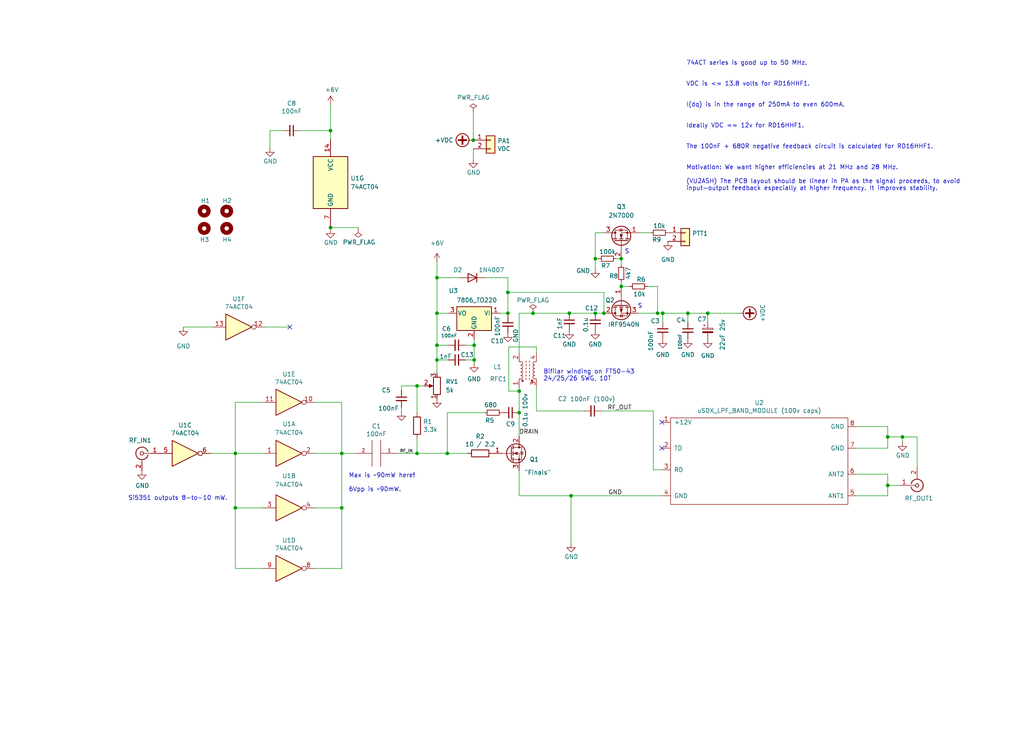
<source format=kicad_sch>
(kicad_sch (version 20211123) (generator eeschema)
  (paper "User" 300.634 220.802)
  (title_block (title "Easy-PA-With-Pluggable-LPF") (date "2022-01-22") (rev "v0.01") (company "Author: Dhiru Kholia (VU3CER)") (comment 2 "Uses ideas from VU2ASH, HAMBREWERS, QRP Labs, Tom (AK2B), VK3PE, and G6LBQ") (comment 4 "Robust Class-C / Class-D Single-ended RD16HHF1 powered HF PA") (comment 5 "Motivation: We want higher efficiencies at 21 MHz and 28 MHz."))
  (lib_symbols
    (symbol "74ACT04_modded:74HCT04"
      (property "Reference" "U?" (at 0 9.398 0))
      (property "Value" "74HCT04" (at 0 6.858 0))
      (symbol "74HCT04_1_0"
        (polyline (pts (xy -3.81 3.81) (xy -3.81 -3.81) (xy 3.81 0) (xy -3.81 3.81)) (stroke (width 0.254)) (fill (type background)))
        (pin input line (at -7.62 0 0) (length 3.81) (name "~") (number "1"))
        (pin passive inverted (at 7.62 0 180) (length 3.81) (name "~") (number "2"))
      )
      (symbol "74HCT04_2_0"
        (polyline (pts (xy -3.81 3.81) (xy -3.81 -3.81) (xy 3.81 0) (xy -3.81 3.81)) (stroke (width 0.254)) (fill (type background)))
        (pin input line (at -7.62 0 0) (length 3.81) (name "~") (number "3"))
        (pin passive inverted (at 7.62 0 180) (length 3.81) (name "~") (number "4"))
      )
      (symbol "74HCT04_3_0"
        (polyline (pts (xy -3.81 3.81) (xy -3.81 -3.81) (xy 3.81 0) (xy -3.81 3.81)) (stroke (width 0.254)) (fill (type background)))
        (pin input line (at -7.62 0 0) (length 3.81) (name "~") (number "5"))
        (pin passive inverted (at 7.62 0 180) (length 3.81) (name "~") (number "6"))
      )
      (symbol "74HCT04_4_0"
        (polyline (pts (xy -3.81 3.81) (xy -3.81 -3.81) (xy 3.81 0) (xy -3.81 3.81)) (stroke (width 0.254)) (fill (type background)))
        (pin passive inverted (at 7.62 0 180) (length 3.81) (name "~") (number "8"))
        (pin input line (at -7.62 0 0) (length 3.81) (name "~") (number "9"))
      )
      (symbol "74HCT04_5_0"
        (polyline (pts (xy -3.81 3.81) (xy -3.81 -3.81) (xy 3.81 0) (xy -3.81 3.81)) (stroke (width 0.254)) (fill (type background)))
        (pin passive inverted (at 7.62 0 180) (length 3.81) (name "~") (number "10"))
        (pin input line (at -7.62 0 0) (length 3.81) (name "~") (number "11"))
      )
      (symbol "74HCT04_6_0"
        (polyline (pts (xy -3.81 3.81) (xy -3.81 -3.81) (xy 3.81 0) (xy -3.81 3.81)) (stroke (width 0.254)) (fill (type background)))
        (pin passive inverted (at 7.62 0 180) (length 3.81) (name "~") (number "12"))
        (pin input line (at -7.62 0 0) (length 3.81) (name "~") (number "13"))
      )
      (symbol "74HCT04_7_0"
        (pin power_in line (at 0 12.7 270) (length 5.08) (name "VCC") (number "14"))
        (pin power_in line (at 0 -12.7 90) (length 5.08) (name "GND") (number "7"))
      )
      (symbol "74HCT04_7_1"
        (rectangle (start -5.08 7.62) (end 5.08 -7.62) (stroke (width 0.254)) (fill (type background)))
      )
    )
    (symbol "Connector:Conn_Coaxial" (pin_names (offset 1.016) hide)
      (property "Reference" "J" (at 0.254 3.048 0))
      (property "Value" "Conn_Coaxial" (at 2.921 0 90))
      (symbol "Conn_Coaxial_0_1"
        (arc (start -1.778 -0.508) (mid 0.222 -1.808) (end 1.778 0) (stroke (width 0.254)))
        (polyline (pts (xy -2.54 0) (xy -0.508 0)))
        (polyline (pts (xy 0 -2.54) (xy 0 -1.778)))
        (circle (center 0 0) (radius 0.508) (stroke (width 0.2032)))
        (arc (start 1.778 0) (mid 0.222 1.8083) (end -1.778 0.508) (stroke (width 0.254)))
      )
      (symbol "Conn_Coaxial_1_1"
        (pin passive line (at -5.08 0 0) (length 2.54) (name "In") (number "1"))
        (pin passive line (at 0 -5.08 90) (length 2.54) (name "Ext") (number "2"))
      )
    )
    (symbol "Connector_Generic:Conn_01x02" (pin_names (offset 1.016) hide)
      (property "Reference" "J" (at 0 2.54 0))
      (property "Value" "Conn_01x02" (at 0 -5.08 0))
      (symbol "Conn_01x02_1_1"
        (rectangle (start -1.27 -2.413) (end 0 -2.667) (stroke (width 0.1524)))
        (rectangle (start -1.27 0.127) (end 0 -0.127) (stroke (width 0.1524)))
        (rectangle (start -1.27 1.27) (end 1.27 -3.81) (stroke (width 0.254)) (fill (type background)))
        (pin passive line (at -5.08 0 0) (length 3.81) (name "Pin_1") (number "1"))
        (pin passive line (at -5.08 -2.54 0) (length 3.81) (name "Pin_2") (number "2"))
      )
    )
    (symbol "Device:C_Polarized_Small" (pin_numbers hide) (pin_names (offset 0.254) hide)
      (property "Reference" "C" (at 0.254 1.778 0))
      (property "Value" "C_Polarized_Small" (at 0.254 -2.032 0))
      (symbol "C_Polarized_Small_0_1"
        (rectangle (start -1.524 -0.3048) (end 1.524 -0.6858) (fill (type outline)))
        (rectangle (start -1.524 0.6858) (end 1.524 0.3048))
        (polyline (pts (xy -1.27 1.524) (xy -0.762 1.524)))
        (polyline (pts (xy -1.016 1.27) (xy -1.016 1.778)))
      )
      (symbol "C_Polarized_Small_1_1"
        (pin passive line (at 0 2.54 270) (length 1.8542) (name "~") (number "1"))
        (pin passive line (at 0 -2.54 90) (length 1.8542) (name "~") (number "2"))
      )
    )
    (symbol "Device:C_Small" (pin_numbers hide) (pin_names (offset 0.254) hide)
      (property "Reference" "C" (at 0.254 1.778 0))
      (property "Value" "C_Small" (at 0.254 -2.032 0))
      (symbol "C_Small_0_1"
        (polyline (pts (xy -1.524 -0.508) (xy 1.524 -0.508)) (stroke (width 0.3302)))
        (polyline (pts (xy -1.524 0.508) (xy 1.524 0.508)) (stroke (width 0.3048)))
      )
      (symbol "C_Small_1_1"
        (pin passive line (at 0 2.54 270) (length 2.032) (name "~") (number "1"))
        (pin passive line (at 0 -2.54 90) (length 2.032) (name "~") (number "2"))
      )
    )
    (symbol "Device:L_Ferrite_Coupled" (pin_names (offset 0.254) hide)
      (property "Reference" "L" (at 0 4.445 0))
      (property "Value" "L_Ferrite_Coupled" (at 0 -4.445 0))
      (symbol "L_Ferrite_Coupled_0_1"
        (circle (center -3.048 -1.27) (radius 0.254) (fill (type outline)))
        (circle (center -3.048 1.524) (radius 0.254) (fill (type outline)))
        (arc (start -2.54 2.032) (mid -2.032 1.524) (end -1.524 2.032))
        (arc (start -1.524 -2.032) (mid -2.032 -1.524) (end -2.54 -2.032))
        (arc (start -1.524 2.032) (mid -1.016 1.524) (end -0.508 2.032))
        (arc (start -0.508 -2.032) (mid -1.016 -1.524) (end -1.524 -2.032))
        (arc (start -0.508 2.032) (mid 0 1.524) (end 0.508 2.032))
        (polyline (pts (xy -2.794 -0.508) (xy -2.286 -0.508)))
        (polyline (pts (xy -2.794 0.508) (xy -2.286 0.508)))
        (polyline (pts (xy -2.54 -2.032) (xy -2.54 -2.54)))
        (polyline (pts (xy -2.54 2.032) (xy -2.54 2.54)))
        (polyline (pts (xy -1.778 -0.508) (xy -1.27 -0.508)))
        (polyline (pts (xy -1.778 0.508) (xy -1.27 0.508)))
        (polyline (pts (xy -0.762 -0.508) (xy -0.254 -0.508)))
        (polyline (pts (xy -0.762 0.508) (xy -0.254 0.508)))
        (polyline (pts (xy 0.254 -0.508) (xy 0.762 -0.508)))
        (polyline (pts (xy 0.254 0.508) (xy 0.762 0.508)))
        (polyline (pts (xy 1.27 -0.508) (xy 1.778 -0.508)))
        (polyline (pts (xy 1.27 0.508) (xy 1.778 0.508)))
        (polyline (pts (xy 2.286 -0.508) (xy 2.794 -0.508)))
        (polyline (pts (xy 2.286 0.508) (xy 2.794 0.508)))
        (polyline (pts (xy 2.54 -2.032) (xy 2.54 -2.54)))
        (polyline (pts (xy 2.54 2.54) (xy 2.54 2.032)))
        (arc (start 0.508 -2.032) (mid 0 -1.524) (end -0.508 -2.032))
        (arc (start 0.508 2.032) (mid 1.016 1.524) (end 1.524 2.032))
        (arc (start 1.524 -2.032) (mid 1.016 -1.524) (end 0.508 -2.032))
        (arc (start 1.524 2.032) (mid 2.032 1.524) (end 2.54 2.032))
        (arc (start 2.54 -2.032) (mid 2.032 -1.524) (end 1.524 -2.032))
      )
      (symbol "L_Ferrite_Coupled_1_1"
        (pin passive line (at -5.08 2.54 0) (length 2.54) (name "1") (number "1"))
        (pin passive line (at 5.08 2.54 180) (length 2.54) (name "2") (number "2"))
        (pin passive line (at -5.08 -2.54 0) (length 2.54) (name "3") (number "3"))
        (pin passive line (at 5.08 -2.54 180) (length 2.54) (name "4") (number "4"))
      )
    )
    (symbol "Device:R" (pin_numbers hide) (pin_names (offset 0))
      (property "Reference" "R" (at 2.032 0 90))
      (property "Value" "R" (at 0 0 90))
      (symbol "R_0_1"
        (rectangle (start -1.016 -2.54) (end 1.016 2.54) (stroke (width 0.254)))
      )
      (symbol "R_1_1"
        (pin passive line (at 0 3.81 270) (length 1.27) (name "~") (number "1"))
        (pin passive line (at 0 -3.81 90) (length 1.27) (name "~") (number "2"))
      )
    )
    (symbol "Device:R_Potentiometer" (pin_names (offset 1.016) hide)
      (property "Reference" "RV" (at -4.445 0 90))
      (property "Value" "R_Potentiometer" (at -2.54 0 90))
      (symbol "R_Potentiometer_0_1"
        (polyline (pts (xy 2.54 0) (xy 1.524 0)))
        (polyline (pts (xy 1.143 0) (xy 2.286 0.508) (xy 2.286 -0.508) (xy 1.143 0)) (fill (type outline)))
        (rectangle (start 1.016 2.54) (end -1.016 -2.54) (stroke (width 0.254)))
      )
      (symbol "R_Potentiometer_1_1"
        (pin passive line (at 0 3.81 270) (length 1.27) (name "1") (number "1"))
        (pin passive line (at 3.81 0 180) (length 1.27) (name "2") (number "2"))
        (pin passive line (at 0 -3.81 90) (length 1.27) (name "3") (number "3"))
      )
    )
    (symbol "Device:R_Small" (pin_numbers hide) (pin_names (offset 0.254) hide)
      (property "Reference" "R" (at 0.762 0.508 0))
      (property "Value" "R_Small" (at 0.762 -1.016 0))
      (symbol "R_Small_0_1"
        (rectangle (start -0.762 1.778) (end 0.762 -1.778) (stroke (width 0.2032)))
      )
      (symbol "R_Small_1_1"
        (pin passive line (at 0 2.54 270) (length 0.762) (name "~") (number "1"))
        (pin passive line (at 0 -2.54 90) (length 0.762) (name "~") (number "2"))
      )
    )
    (symbol "Diode:1N4007" (pin_numbers hide) (pin_names (offset 1.016) hide)
      (property "Reference" "D" (at 0 2.54 0))
      (property "Value" "1N4007" (at 0 -2.54 0))
      (symbol "1N4007_0_1"
        (polyline (pts (xy -1.27 1.27) (xy -1.27 -1.27)) (stroke (width 0.254)))
        (polyline (pts (xy 1.27 0) (xy -1.27 0)))
        (polyline (pts (xy 1.27 1.27) (xy 1.27 -1.27) (xy -1.27 0) (xy 1.27 1.27)) (stroke (width 0.254)))
      )
      (symbol "1N4007_1_1"
        (pin passive line (at -3.81 0 0) (length 2.54) (name "K") (number "1"))
        (pin passive line (at 3.81 0 180) (length 2.54) (name "A") (number "2"))
      )
    )
    (symbol "Mechanical:MountingHole" (pin_names (offset 1.016))
      (property "Reference" "H" (at 0 5.08 0))
      (property "Value" "MountingHole" (at 0 3.175 0))
      (symbol "MountingHole_0_1"
        (circle (center 0 0) (radius 1.27) (stroke (width 1.27)))
      )
    )
    (symbol "Regulator_Linear:LM7805_TO220" (pin_names (offset 0.254))
      (property "Reference" "U" (at -3.81 3.175 0))
      (property "Value" "LM7805_TO220" (at 0 3.175 0))
      (symbol "LM7805_TO220_0_1"
        (rectangle (start -5.08 1.905) (end 5.08 -5.08) (stroke (width 0.254)) (fill (type background)))
      )
      (symbol "LM7805_TO220_1_1"
        (pin power_in line (at -7.62 0 0) (length 2.54) (name "VI") (number "1"))
        (pin power_in line (at 0 -7.62 90) (length 2.54) (name "GND") (number "2"))
        (pin power_out line (at 7.62 0 180) (length 2.54) (name "VO") (number "3"))
      )
    )
    (symbol "Transistor_FET:2N7000" (pin_names hide)
      (property "Reference" "Q" (at 5.08 1.905 0))
      (property "Value" "2N7000" (at 5.08 0 0))
      (symbol "2N7000_0_1"
        (polyline (pts (xy 0.254 0) (xy -2.54 0)))
        (polyline (pts (xy 0.254 1.905) (xy 0.254 -1.905)) (stroke (width 0.254)))
        (polyline (pts (xy 0.762 -1.27) (xy 0.762 -2.286)) (stroke (width 0.254)))
        (polyline (pts (xy 0.762 0.508) (xy 0.762 -0.508)) (stroke (width 0.254)))
        (polyline (pts (xy 0.762 2.286) (xy 0.762 1.27)) (stroke (width 0.254)))
        (polyline (pts (xy 2.54 2.54) (xy 2.54 1.778)))
        (polyline (pts (xy 2.54 -2.54) (xy 2.54 0) (xy 0.762 0)))
        (polyline (pts (xy 0.762 -1.778) (xy 3.302 -1.778) (xy 3.302 1.778) (xy 0.762 1.778)))
        (polyline (pts (xy 1.016 0) (xy 2.032 0.381) (xy 2.032 -0.381) (xy 1.016 0)) (fill (type outline)))
        (polyline (pts (xy 2.794 0.508) (xy 2.921 0.381) (xy 3.683 0.381) (xy 3.81 0.254)))
        (polyline (pts (xy 3.302 0.381) (xy 2.921 -0.254) (xy 3.683 -0.254) (xy 3.302 0.381)))
        (circle (center 1.651 0) (radius 2.794) (stroke (width 0.254)))
        (circle (center 2.54 -1.778) (radius 0.254) (fill (type outline)))
        (circle (center 2.54 1.778) (radius 0.254) (fill (type outline)))
      )
      (symbol "2N7000_1_1"
        (pin passive line (at 2.54 -5.08 90) (length 2.54) (name "S") (number "1"))
        (pin input line (at -5.08 0 0) (length 2.54) (name "G") (number "2"))
        (pin passive line (at 2.54 5.08 270) (length 2.54) (name "D") (number "3"))
      )
    )
    (symbol "Transistor_FET:IRF540N" (pin_names hide)
      (property "Reference" "Q" (at 6.35 1.905 0))
      (property "Value" "IRF540N" (at 6.35 0 0))
      (symbol "IRF540N_0_1"
        (polyline (pts (xy 0.254 0) (xy -2.54 0)))
        (polyline (pts (xy 0.254 1.905) (xy 0.254 -1.905)) (stroke (width 0.254)))
        (polyline (pts (xy 0.762 -1.27) (xy 0.762 -2.286)) (stroke (width 0.254)))
        (polyline (pts (xy 0.762 0.508) (xy 0.762 -0.508)) (stroke (width 0.254)))
        (polyline (pts (xy 0.762 2.286) (xy 0.762 1.27)) (stroke (width 0.254)))
        (polyline (pts (xy 2.54 2.54) (xy 2.54 1.778)))
        (polyline (pts (xy 2.54 -2.54) (xy 2.54 0) (xy 0.762 0)))
        (polyline (pts (xy 0.762 -1.778) (xy 3.302 -1.778) (xy 3.302 1.778) (xy 0.762 1.778)))
        (polyline (pts (xy 1.016 0) (xy 2.032 0.381) (xy 2.032 -0.381) (xy 1.016 0)) (fill (type outline)))
        (polyline (pts (xy 2.794 0.508) (xy 2.921 0.381) (xy 3.683 0.381) (xy 3.81 0.254)))
        (polyline (pts (xy 3.302 0.381) (xy 2.921 -0.254) (xy 3.683 -0.254) (xy 3.302 0.381)))
        (circle (center 1.651 0) (radius 2.794) (stroke (width 0.254)))
        (circle (center 2.54 -1.778) (radius 0.254) (fill (type outline)))
        (circle (center 2.54 1.778) (radius 0.254) (fill (type outline)))
      )
      (symbol "IRF540N_1_1"
        (pin input line (at -5.08 0 0) (length 2.54) (name "G") (number "1"))
        (pin passive line (at 2.54 5.08 270) (length 2.54) (name "D") (number "2"))
        (pin passive line (at 2.54 -5.08 90) (length 2.54) (name "S") (number "3"))
      )
    )
    (symbol "Transistor_FET:IRF9540N" (pin_names hide)
      (property "Reference" "Q" (at 5.08 1.905 0))
      (property "Value" "IRF9540N" (at 5.08 0 0))
      (symbol "IRF9540N_0_1"
        (polyline (pts (xy 0.254 0) (xy -2.54 0)))
        (polyline (pts (xy 0.254 1.905) (xy 0.254 -1.905)) (stroke (width 0.254)))
        (polyline (pts (xy 0.762 -1.27) (xy 0.762 -2.286)) (stroke (width 0.254)))
        (polyline (pts (xy 0.762 0.508) (xy 0.762 -0.508)) (stroke (width 0.254)))
        (polyline (pts (xy 0.762 2.286) (xy 0.762 1.27)) (stroke (width 0.254)))
        (polyline (pts (xy 2.54 2.54) (xy 2.54 1.778)))
        (polyline (pts (xy 2.54 -2.54) (xy 2.54 0) (xy 0.762 0)))
        (polyline (pts (xy 0.762 1.778) (xy 3.302 1.778) (xy 3.302 -1.778) (xy 0.762 -1.778)))
        (polyline (pts (xy 2.286 0) (xy 1.27 0.381) (xy 1.27 -0.381) (xy 2.286 0)) (fill (type outline)))
        (polyline (pts (xy 2.794 -0.508) (xy 2.921 -0.381) (xy 3.683 -0.381) (xy 3.81 -0.254)))
        (polyline (pts (xy 3.302 -0.381) (xy 2.921 0.254) (xy 3.683 0.254) (xy 3.302 -0.381)))
        (circle (center 1.651 0) (radius 2.794) (stroke (width 0.254)))
        (circle (center 2.54 -1.778) (radius 0.254) (fill (type outline)))
        (circle (center 2.54 1.778) (radius 0.254) (fill (type outline)))
      )
      (symbol "IRF9540N_1_1"
        (pin input line (at -5.08 0 0) (length 2.54) (name "G") (number "1"))
        (pin passive line (at 2.54 5.08 270) (length 2.54) (name "D") (number "2"))
        (pin passive line (at 2.54 -5.08 90) (length 2.54) (name "S") (number "3"))
      )
    )
    (symbol "power:+6V" (power) (pin_names (offset 0))
      (property "Value" "+6V" (at 0 3.556 0))
      (symbol "+6V_0_1"
        (polyline (pts (xy -0.762 1.27) (xy 0 2.54)))
        (polyline (pts (xy 0 0) (xy 0 2.54)))
        (polyline (pts (xy 0 2.54) (xy 0.762 1.27)))
      )
      (symbol "+6V_1_1"
        (pin power_in line (at 0 0 90) (length 0) hide (name "+6V") (number "1"))
      )
    )
    (symbol "power:+VDC" (power) (pin_names (offset 0))
      (property "Value" "+VDC" (at 0 6.35 0))
      (symbol "+VDC_0_1"
        (polyline (pts (xy -1.143 3.175) (xy 1.143 3.175)) (stroke (width 0.508)))
        (polyline (pts (xy 0 0) (xy 0 1.27)))
        (polyline (pts (xy 0 2.032) (xy 0 4.318)) (stroke (width 0.508)))
        (circle (center 0 3.175) (radius 1.905) (stroke (width 0.254)))
      )
      (symbol "+VDC_1_1"
        (pin power_in line (at 0 0 90) (length 0) hide (name "+VDC") (number "1"))
      )
    )
    (symbol "power:GND" (power) (pin_names (offset 0))
      (property "Value" "GND" (at 0 -3.81 0))
      (symbol "GND_0_1"
        (polyline (pts (xy 0 0) (xy 0 -1.27) (xy 1.27 -1.27) (xy 0 -2.54) (xy -1.27 -1.27) (xy 0 -1.27)))
      )
      (symbol "GND_1_1"
        (pin power_in line (at 0 0 270) (length 0) hide (name "GND") (number "1"))
      )
    )
    (symbol "power:PWR_FLAG" (power) (pin_numbers hide) (pin_names (offset 0) hide)
      (property "Value" "PWR_FLAG" (at 0 3.81 0))
      (symbol "PWR_FLAG_0_0"
        (pin power_out line (at 0 0 90) (length 0) (name "pwr") (number "1"))
      )
      (symbol "PWR_FLAG_0_1"
        (polyline (pts (xy 0 0) (xy 0 1.27) (xy -1.016 1.905) (xy 0 2.54) (xy 1.016 1.905) (xy 0 1.27)))
      )
    )
    (symbol "pspice:CAP" (pin_names (offset 0.254))
      (property "Reference" "C" (at 2.54 3.81 90))
      (property "Value" "CAP" (at 2.54 -3.81 90))
      (symbol "CAP_0_1"
        (polyline (pts (xy -3.81 -1.27) (xy 3.81 -1.27)))
        (polyline (pts (xy -3.81 1.27) (xy 3.81 1.27)))
      )
      (symbol "CAP_1_1"
        (pin passive line (at 0 6.35 270) (length 5.08) (name "~") (number "1"))
        (pin passive line (at 0 -6.35 90) (length 5.08) (name "~") (number "2"))
      )
    )
    (symbol "uSDX_LPF_BAND_Module:uSDX_LPF_BAND_MODULE" (pin_names (offset 1.016))
      (property "Reference" "U" (at 0 5.08 0))
      (property "Value" "uSDX_LPF_BAND_MODULE" (at -1.27 1.27 0))
      (symbol "uSDX_LPF_BAND_MODULE_0_1"
        (polyline (pts (xy -25.4 12.7) (xy 25.4 12.7) (xy 25.4 -12.7) (xy -26.67 -12.7) (xy -26.67 12.7) (xy -25.4 12.7)))
      )
      (symbol "uSDX_LPF_BAND_MODULE_1_1"
        (pin input line (at 27.94 11.43 180) (length 2.54) (name "+12V") (number "1"))
        (pin input line (at 27.94 3.81 180) (length 2.54) (name "TD") (number "2"))
        (pin input line (at 27.94 -2.54 180) (length 2.54) (name "RD") (number "3"))
        (pin input line (at 27.94 -10.16 180) (length 2.54) (name "GND") (number "4"))
        (pin input line (at -29.21 -10.16 0) (length 2.54) (name "ANT1") (number "5"))
        (pin input line (at -29.21 -3.81 0) (length 2.54) (name "ANT2") (number "6"))
        (pin input line (at -29.21 3.81 0) (length 2.54) (name "GND") (number "7"))
        (pin input line (at -29.21 10.16 0) (length 2.54) (name "GND") (number "8"))
      )
    )
  )
  (junction (at 138.938 41.148))
  (junction (at 69.088 149.098))
  (junction (at 152.4 114.808))
  (junction (at 174.752 75.946))
  (junction (at 131.318 133.096))
  (junction (at 128.27 91.948))
  (junction (at 201.93 91.948))
  (junction (at 100.33 133.096))
  (junction (at 97.028 66.802))
  (junction (at 152.4 121.158))
  (junction (at 122.428 133.096))
  (junction (at 177.292 91.948))
  (junction (at 167.64 145.542))
  (junction (at 193.04 91.948))
  (junction (at 260.604 128.27))
  (junction (at 97.028 38.354))
  (junction (at 194.564 91.948))
  (junction (at 260.604 142.494))
  (junction (at 182.372 84.074))
  (junction (at 69.088 133.096))
  (junction (at 128.27 105.664))
  (junction (at 139.192 101.346))
  (junction (at 264.922 128.27))
  (junction (at 100.33 149.098))
  (junction (at 149.098 85.852))
  (junction (at 207.772 91.948))
  (junction (at 149.098 91.948))
  (junction (at 122.428 113.284))
  (junction (at 128.27 81.534))
  (junction (at 156.464 91.948))
  (junction (at 167.132 91.948))
  (junction (at 182.372 75.946))
  (junction (at 139.192 105.664))
  (junction (at 174.752 91.948))
  (junction (at 128.27 101.346))
  (no_connect (at 194.31 123.952))
  (no_connect (at 85.09 96.012))
  (no_connect (at 194.31 131.572))
  (wire (pts (xy 138.938 46.736) (xy 138.938 43.688)))
  (wire (pts (xy 138.938 33.02) (xy 138.938 41.148)))
  (wire (pts (xy 131.318 121.158) (xy 142.24 121.158)))
  (wire (pts (xy 149.098 85.852) (xy 149.098 91.948)))
  (wire (pts (xy 69.088 133.096) (xy 69.088 149.098)))
  (wire (pts (xy 61.976 133.096) (xy 69.088 133.096)))
  (wire (pts (xy 97.028 67.31) (xy 97.028 66.802)))
  (wire (pts (xy 105.156 66.802) (xy 105.156 67.056)))
  (wire (pts (xy 264.922 128.27) (xy 269.24 128.27)))
  (wire (pts (xy 152.4 114.808) (xy 149.352 114.808)))
  (wire (pts (xy 180.848 75.946) (xy 182.372 75.946)))
  (wire (pts (xy 139.192 99.568) (xy 139.192 101.346)))
  (wire (pts (xy 182.372 84.074) (xy 184.912 84.074)))
  (wire (pts (xy 69.088 133.096) (xy 77.216 133.096)))
  (wire (pts (xy 167.132 91.948) (xy 174.752 91.948)))
  (wire (pts (xy 97.028 30.734) (xy 97.028 38.354)))
  (wire (pts (xy 92.456 149.098) (xy 100.33 149.098)))
  (wire (pts (xy 152.4 121.158) (xy 152.4 128.016)))
  (wire (pts (xy 191.77 120.65) (xy 191.77 137.922)))
  (wire (pts (xy 152.4 113.792) (xy 152.4 114.808)))
  (wire (pts (xy 79.248 38.354) (xy 83.058 38.354)))
  (wire (pts (xy 251.46 125.222) (xy 260.604 125.222)))
  (wire (pts (xy 149.352 114.808) (xy 149.352 101.854)))
  (wire (pts (xy 149.352 101.854) (xy 157.48 101.854)))
  (wire (pts (xy 128.27 81.534) (xy 134.874 81.534)))
  (wire (pts (xy 260.604 128.27) (xy 264.922 128.27)))
  (wire (pts (xy 194.564 94.488) (xy 194.564 91.948)))
  (wire (pts (xy 139.192 105.664) (xy 139.192 106.68)))
  (wire (pts (xy 77.216 166.878) (xy 69.088 166.878)))
  (wire (pts (xy 117.856 119.634) (xy 117.856 120.904)))
  (wire (pts (xy 264.922 129.794) (xy 264.922 128.27)))
  (wire (pts (xy 122.428 128.778) (xy 122.428 133.096)))
  (wire (pts (xy 122.428 133.096) (xy 131.318 133.096)))
  (wire (pts (xy 174.752 68.326) (xy 177.292 68.326)))
  (wire (pts (xy 157.48 101.854) (xy 157.48 103.632)))
  (wire (pts (xy 128.27 91.948) (xy 128.27 101.346)))
  (wire (pts (xy 79.248 38.354) (xy 79.248 43.434)))
  (wire (pts (xy 216.916 91.948) (xy 207.772 91.948)))
  (wire (pts (xy 269.24 128.27) (xy 269.24 137.414)))
  (wire (pts (xy 176.53 120.65) (xy 191.77 120.65)))
  (wire (pts (xy 260.604 142.494) (xy 260.604 139.192)))
  (wire (pts (xy 149.098 85.852) (xy 177.292 85.852)))
  (wire (pts (xy 193.04 91.948) (xy 194.564 91.948)))
  (wire (pts (xy 97.028 38.354) (xy 97.028 40.894)))
  (wire (pts (xy 174.752 91.948) (xy 177.292 91.948)))
  (wire (pts (xy 152.4 145.542) (xy 152.4 138.176)))
  (wire (pts (xy 156.464 91.948) (xy 167.132 91.948)))
  (wire (pts (xy 260.604 125.222) (xy 260.604 128.27)))
  (wire (pts (xy 116.84 133.096) (xy 122.428 133.096)))
  (wire (pts (xy 157.48 113.792) (xy 157.48 120.65)))
  (wire (pts (xy 92.456 118.11) (xy 100.33 118.11)))
  (wire (pts (xy 77.216 118.11) (xy 69.088 118.11)))
  (wire (pts (xy 251.46 139.192) (xy 260.604 139.192)))
  (wire (pts (xy 175.768 75.946) (xy 174.752 75.946)))
  (wire (pts (xy 69.088 149.098) (xy 77.216 149.098)))
  (wire (pts (xy 167.64 145.542) (xy 167.64 159.512)))
  (wire (pts (xy 251.46 145.542) (xy 260.604 145.542)))
  (wire (pts (xy 191.77 137.922) (xy 194.31 137.922)))
  (wire (pts (xy 92.456 166.878) (xy 100.33 166.878)))
  (wire (pts (xy 149.098 92.71) (xy 149.098 91.948)))
  (wire (pts (xy 97.028 66.294) (xy 97.028 66.802)))
  (wire (pts (xy 177.292 91.948) (xy 177.292 85.852)))
  (wire (pts (xy 260.604 128.27) (xy 260.604 131.572)))
  (wire (pts (xy 187.452 91.948) (xy 193.04 91.948)))
  (wire (pts (xy 182.372 82.804) (xy 182.372 84.074)))
  (wire (pts (xy 174.752 68.326) (xy 174.752 75.946)))
  (wire (pts (xy 128.27 76.962) (xy 128.27 81.534)))
  (wire (pts (xy 187.452 68.326) (xy 191.008 68.326)))
  (wire (pts (xy 88.138 38.354) (xy 97.028 38.354)))
  (wire (pts (xy 182.372 84.328) (xy 182.372 84.074)))
  (wire (pts (xy 152.4 91.948) (xy 156.464 91.948)))
  (wire (pts (xy 100.33 149.098) (xy 100.33 166.878)))
  (wire (pts (xy 100.33 133.096) (xy 100.33 118.11)))
  (wire (pts (xy 142.494 81.534) (xy 149.098 81.534)))
  (wire (pts (xy 97.028 66.802) (xy 105.156 66.802)))
  (wire (pts (xy 131.318 121.158) (xy 131.318 133.096)))
  (wire (pts (xy 62.484 96.012) (xy 53.848 96.012)))
  (wire (pts (xy 152.4 114.808) (xy 152.4 121.158)))
  (wire (pts (xy 128.27 101.346) (xy 131.572 101.346)))
  (wire (pts (xy 69.088 118.11) (xy 69.088 133.096)))
  (wire (pts (xy 149.098 81.534) (xy 149.098 85.852)))
  (wire (pts (xy 122.428 113.284) (xy 124.46 113.284)))
  (wire (pts (xy 77.724 96.012) (xy 85.09 96.012)))
  (wire (pts (xy 201.93 91.948) (xy 201.93 94.488)))
  (wire (pts (xy 136.652 101.346) (xy 139.192 101.346)))
  (wire (pts (xy 100.33 133.096) (xy 100.33 149.098)))
  (wire (pts (xy 122.428 113.284) (xy 122.428 121.158)))
  (wire (pts (xy 264.16 142.494) (xy 260.604 142.494)))
  (wire (pts (xy 157.48 120.65) (xy 171.45 120.65)))
  (wire (pts (xy 146.812 91.948) (xy 149.098 91.948)))
  (wire (pts (xy 128.27 105.664) (xy 131.572 105.664)))
  (wire (pts (xy 152.4 91.948) (xy 152.4 103.632)))
  (wire (pts (xy 69.088 149.098) (xy 69.088 166.878)))
  (wire (pts (xy 201.93 91.948) (xy 207.772 91.948)))
  (wire (pts (xy 139.192 101.346) (xy 139.192 105.664)))
  (wire (pts (xy 128.27 101.346) (xy 128.27 105.664)))
  (wire (pts (xy 139.192 105.664) (xy 136.652 105.664)))
  (wire (pts (xy 260.604 145.542) (xy 260.604 142.494)))
  (wire (pts (xy 100.33 133.096) (xy 104.14 133.096)))
  (wire (pts (xy 194.564 91.948) (xy 201.93 91.948)))
  (wire (pts (xy 182.372 75.946) (xy 182.372 77.724)))
  (wire (pts (xy 117.856 113.284) (xy 117.856 114.554)))
  (wire (pts (xy 251.46 131.572) (xy 260.604 131.572)))
  (wire (pts (xy 128.27 91.948) (xy 131.572 91.948)))
  (wire (pts (xy 207.772 91.948) (xy 207.772 94.488)))
  (wire (pts (xy 193.04 84.074) (xy 193.04 91.948)))
  (wire (pts (xy 128.27 91.948) (xy 128.27 81.534)))
  (wire (pts (xy 92.456 133.096) (xy 100.33 133.096)))
  (wire (pts (xy 128.27 109.474) (xy 128.27 105.664)))
  (wire (pts (xy 152.4 145.542) (xy 167.64 145.542)))
  (wire (pts (xy 117.856 113.284) (xy 122.428 113.284)))
  (wire (pts (xy 167.64 145.542) (xy 194.31 145.542)))
  (wire (pts (xy 189.992 84.074) (xy 193.04 84.074)))
  (wire (pts (xy 131.318 133.096) (xy 137.16 133.096)))
  (wire (pts (xy 174.752 75.946) (xy 174.752 78.994)))
  (text "74ACT series is good up to 50 MHz.\n\n\nVDC is <= 13.8 volts for RD16HHF1.\n\n\nI(dq) is in the range of 250mA to even 600mA.\n\n\nIdeally VDC == 12v for RD16HHF1.\n\n\nThe 100nF + 680R negative feedback circuit is calculated for RD16HHF1.\n\n\nMotivation: We want higher efficiencies at 21 MHz and 28 MHz.\n\n(VU2ASH) The PCB layout should be linear in PA as the signal proceeds, to avoid \ninput-output feedback especially at higher frequency. It improves stability." (at 201.422 56.134 0) (effects (font (size 1.27 1.27)) (justify left bottom)))
  (text "Max is ~90mW here!\n\n6Vpp is ~90mW." (at 102.362 144.526 0) (effects (font (size 1.27 1.27)) (justify left bottom)))
  (text "Si5351 outputs 8-to-10 mW." (at 37.592 147.066 0) (effects (font (size 1.27 1.27)) (justify left bottom)))
  (text "Bifilar winding on FT50-43\n24/25/26 SWG, 10T" (at 159.512 112.014 0) (effects (font (size 1.27 1.27)) (justify left bottom)))
  (text "S" (at 183.388 74.676 0) (effects (font (size 1.27 1.27)) (justify left bottom)))
  (text "S" (at 187.198 90.678 0) (effects (font (size 1.27 1.27)) (justify left bottom)))
  (label "DRAIN" (at 152.4 127.762 0))
  (label "RF_IN" (at 117.348 133.096 0) (effects (font (size 0.889 0.889))))
  (label "GND" (at 178.562 145.542 0))
  (label "RF_OUT" (at 178.308 120.65 0))
  (symbol (lib_id "74ACT04_modded:74HCT04") (at 54.356 133.096 0) (unit 3)
    (property "Reference" "U1" (at 54.356 124.841 0))
    (property "Value" "74ACT04" (at 54.356 127.1524 0))
    (property "Footprint" "Package_DIP:DIP-14_W7.62mm_LongPads" (effects hide))
    (property "Datasheet" "https://assets.nexperia.com/documents/data-sheet/74HC_HCT04.pdf" (effects hide))
  )
  (symbol (lib_id "power:GND") (at 97.028 67.31 0) (unit 1)
    (property "Reference" "#PWR0132" (effects hide))
    (property "Value" "GND" (at 97.1296 71.2216 0))
  )
  (symbol (lib_id "power:+6V") (at 97.028 30.734 0) (unit 1)
    (property "Reference" "#PWR06" (effects hide))
    (property "Value" "+6V" (at 97.409 26.3398 0))
  )
  (symbol (lib_id "power:GND") (at 167.64 159.512 0) (unit 1)
    (property "Reference" "#PWR0126" (effects hide))
    (property "Value" "GND" (at 167.7416 163.4236 0))
  )
  (symbol (lib_id "Device:C_Small") (at 85.598 38.354 270) (unit 1)
    (property "Reference" "C8" (at 85.598 30.353 90))
    (property "Value" "100nF" (at 85.598 32.6644 90))
    (property "Footprint" "Capacitor_THT:C_Disc_D4.3mm_W1.9mm_P5.00mm" (effects hide))
  )
  (symbol (lib_id "power:GND") (at 79.248 43.434 0) (unit 1)
    (property "Reference" "#PWR0137" (effects hide))
    (property "Value" "GND" (at 79.3496 47.3456 0))
  )
  (symbol (lib_id "Device:C_Small") (at 173.99 120.65 270) (unit 1)
    (property "Reference" "C2" (at 165.1 117.094 90))
    (property "Value" "100nF (100v)" (at 173.99 117.1448 90))
    (property "Footprint" "Capacitor_THT:C_Disc_D4.3mm_W1.9mm_P5.00mm" (effects hide))
  )
  (symbol (lib_id "Device:R") (at 122.428 124.968 0) (unit 1)
    (property "Reference" "R1" (at 124.206 123.7996 0) (effects (justify left)))
    (property "Value" "3.3k" (at 124.206 126.111 0) (effects (justify left)))
    (property "Footprint" "Resistor_THT:R_Axial_DIN0207_L6.3mm_D2.5mm_P2.54mm_Vertical" (effects hide))
  )
  (symbol (lib_id "Connector:Conn_Coaxial") (at 41.656 133.096 0) (mirror y) (unit 1)
    (property "Reference" "RF_IN1" (at 41.148 129.286 0))
    (property "Value" "Conn_Coaxial" (effects hide))
    (property "Footprint" "Connector_Coaxial:SMA_Amphenol_901-144_Vertical" (effects hide))
    (property "Datasheet" " ~" (effects hide))
  )
  (symbol (lib_id "pspice:CAP") (at 110.49 133.096 270) (unit 1)
    (property "Reference" "C1" (at 110.49 125.095 90))
    (property "Value" "100nF" (at 110.49 127.4064 90))
    (property "Footprint" "Capacitor_THT:C_Disc_D4.3mm_W1.9mm_P5.00mm" (effects hide))
  )
  (symbol (lib_id "uSDX_LPF_BAND_Module:uSDX_LPF_BAND_MODULE") (at 222.25 135.382 0) (mirror y) (unit 1)
    (property "Reference" "U2" (at 222.885 118.237 0))
    (property "Value" "uSDX_LPF_BAND_MODULE (100v caps)" (at 222.885 120.5484 0))
    (property "Footprint" "footprints:uSDX_LPF_Band_Module" (effects hide))
  )
  (symbol (lib_id "74ACT04_modded:74HCT04") (at 84.836 166.878 0) (unit 4)
    (property "Reference" "U1" (at 84.836 158.623 0))
    (property "Value" "74ACT04" (at 84.836 160.9344 0))
    (property "Footprint" "Package_DIP:DIP-14_W7.62mm_LongPads" (effects hide))
    (property "Datasheet" "https://assets.nexperia.com/documents/data-sheet/74HC_HCT04.pdf" (effects hide))
  )
  (symbol (lib_id "Connector:Conn_Coaxial") (at 269.24 142.494 0) (mirror x) (unit 1)
    (property "Reference" "RF_OUT1" (at 269.748 146.304 0))
    (property "Value" "Conn_Coaxial" (effects hide))
    (property "Footprint" "Connector_Coaxial:SMA_Amphenol_901-144_Vertical" (effects hide))
    (property "Datasheet" " ~" (effects hide))
  )
  (symbol (lib_id "Device:C_Small") (at 117.856 117.094 0) (unit 1)
    (property "Reference" "C5" (at 112.014 114.554 0) (effects (justify left)))
    (property "Value" "100nF" (at 110.998 119.888 0) (effects (justify left)))
    (property "Footprint" "Capacitor_THT:C_Disc_D4.3mm_W1.9mm_P5.00mm" (effects hide))
  )
  (symbol (lib_id "power:GND") (at 117.856 120.904 0) (unit 1)
    (property "Reference" "#PWR0113" (effects hide))
    (property "Value" "GND" (effects hide))
  )
  (symbol (lib_id "power:GND") (at 264.922 129.794 0) (unit 1)
    (property "Reference" "#PWR0104" (effects hide))
    (property "Value" "GND" (at 265.0236 133.7056 0))
  )
  (symbol (lib_id "Connector_Generic:Conn_01x02") (at 144.018 41.148 0) (unit 1)
    (property "Reference" "PA1" (at 146.05 41.3512 0) (effects (justify left)))
    (property "Value" "VDC" (at 146.05 43.6626 0) (effects (justify left)))
    (property "Footprint" "Connector_PinHeader_2.54mm:PinHeader_1x02_P2.54mm_Vertical" (effects hide))
  )
  (symbol (lib_id "power:GND") (at 138.938 46.736 0) (unit 1)
    (property "Reference" "#PWR0109" (effects hide))
    (property "Value" "GND" (at 139.0396 50.6476 0))
  )
  (symbol (lib_id "power:+VDC") (at 138.938 41.148 90) (unit 1)
    (property "Reference" "#PWR0110" (effects hide))
    (property "Value" "+VDC" (at 133.1214 41.148 90) (effects (justify left)))
  )
  (symbol (lib_id "Device:R") (at 140.97 133.096 270) (unit 1)
    (property "Reference" "R2" (at 140.97 128.1176 90))
    (property "Value" "10 / 2.2" (at 140.97 130.429 90))
    (property "Footprint" "Resistor_THT:R_Axial_DIN0207_L6.3mm_D2.5mm_P2.54mm_Vertical" (effects hide))
  )
  (symbol (lib_id "power:GND") (at 128.27 117.094 0) (unit 1)
    (property "Reference" "#PWR0111" (effects hide))
    (property "Value" "GND" (effects hide))
  )
  (symbol (lib_id "power:+VDC") (at 216.916 91.948 270) (unit 1)
    (property "Reference" "#PWR0112" (effects hide))
    (property "Value" "+VDC" (at 223.901 91.948 0))
  )
  (symbol (lib_id "power:PWR_FLAG") (at 138.938 33.02 0) (unit 1)
    (property "Reference" "#FLG0103" (effects hide))
    (property "Value" "PWR_FLAG" (at 138.938 28.6258 0))
  )
  (symbol (lib_id "power:GND") (at 41.656 138.176 0) (unit 1)
    (property "Reference" "#PWR0102" (effects hide))
    (property "Value" "GND" (at 41.783 142.5702 0))
  )
  (symbol (lib_id "power:GND") (at 149.098 97.79 0) (unit 1)
    (property "Reference" "#PWR07" (effects hide))
    (property "Value" "GND" (at 151.384 98.552 90))
  )
  (symbol (lib_id "Transistor_FET:IRF9540N") (at 182.372 89.408 90) (mirror x) (unit 1)
    (property "Reference" "Q2" (at 179.07 88.138 90))
    (property "Value" "IRF9540N" (at 183.134 95.25 90))
    (property "Footprint" "Package_TO_SOT_THT:TO-220-3_Vertical" (effects hide))
    (property "Datasheet" "http://www.irf.com/product-info/datasheets/data/irf9540n.pdf" (effects hide))
  )
  (symbol (lib_id "Transistor_FET:2N7000") (at 182.372 70.866 90) (unit 1)
    (property "Reference" "Q3" (at 182.372 60.706 90))
    (property "Value" "2N7000" (at 182.372 63.246 90))
    (property "Footprint" "Connector_PinSocket_2.54mm:PinSocket_1x03_P2.54mm_Vertical" (effects hide))
    (property "Datasheet" "https://www.onsemi.com/pub/Collateral/NDS7002A-D.PDF" (effects hide))
  )
  (symbol (lib_id "Device:C_Small") (at 134.112 101.346 270) (unit 1)
    (property "Reference" "C6" (at 131.064 96.52 90))
    (property "Value" "100nF" (at 131.826 98.552 90) (effects (font (size 0.9906 0.9906))))
    (property "Footprint" "Capacitor_THT:C_Disc_D4.3mm_W1.9mm_P5.00mm" (effects hide))
  )
  (symbol (lib_id "power:GND") (at 174.752 97.028 0) (unit 1)
    (property "Reference" "#PWR09" (effects hide))
    (property "Value" "GND" (at 174.752 101.092 0))
  )
  (symbol (lib_id "power:PWR_FLAG") (at 156.464 91.948 0) (unit 1)
    (property "Reference" "#FLG0101" (effects hide))
    (property "Value" "PWR_FLAG" (at 156.464 88.138 0))
  )
  (symbol (lib_id "Diode:1N4007") (at 138.684 81.534 180) (unit 1)
    (property "Reference" "D2" (at 134.366 79.248 0))
    (property "Value" "1N4007" (at 144.272 79.248 0))
    (property "Footprint" "Diode_THT:D_DO-41_SOD81_P2.54mm_Vertical_AnodeUp" (effects hide))
    (property "Datasheet" "http://www.vishay.com/docs/88503/1n4001.pdf" (effects hide))
  )
  (symbol (lib_id "Device:C_Polarized_Small") (at 207.772 97.028 0) (unit 1)
    (property "Reference" "C7" (at 204.724 93.726 0) (effects (justify left)))
    (property "Value" "22uF 25v" (at 212.09 102.87 90) (effects (justify left)))
    (property "Footprint" "Capacitor_THT:CP_Radial_D5.0mm_P2.50mm" (effects hide))
  )
  (symbol (lib_id "power:GND") (at 167.132 97.028 0) (unit 1)
    (property "Reference" "#PWR08" (effects hide))
    (property "Value" "GND" (at 167.132 101.092 0))
  )
  (symbol (lib_id "Device:R_Small") (at 187.452 84.074 90) (unit 1)
    (property "Reference" "R6" (at 188.214 82.042 90))
    (property "Value" "10k" (at 187.706 86.36 90))
    (property "Footprint" "Resistor_THT:R_Axial_DIN0207_L6.3mm_D2.5mm_P2.54mm_Vertical" (effects hide))
  )
  (symbol (lib_id "Device:R_Small") (at 144.78 121.158 90) (unit 1)
    (property "Reference" "R5" (at 143.764 123.444 90))
    (property "Value" "680" (at 144.018 118.872 90))
    (property "Footprint" "Resistor_THT:R_Axial_DIN0207_L6.3mm_D2.5mm_P2.54mm_Vertical" (effects hide))
  )
  (symbol (lib_id "Device:R_Small") (at 182.372 80.264 180) (unit 1)
    (property "Reference" "R8" (at 178.816 81.026 0) (effects (justify right)))
    (property "Value" "4k7" (at 184.404 82.042 90) (effects (justify right)))
    (property "Footprint" "Resistor_THT:R_Axial_DIN0207_L6.3mm_D2.5mm_P2.54mm_Vertical" (effects hide))
  )
  (symbol (lib_id "power:GND") (at 194.564 99.568 0) (unit 1)
    (property "Reference" "#PWR01" (effects hide))
    (property "Value" "GND" (at 194.564 104.14 0))
  )
  (symbol (lib_id "power:GND") (at 196.088 70.866 0) (unit 1)
    (property "Reference" "#PWR05" (effects hide))
    (property "Value" "GND" (at 196.088 76.2 0))
  )
  (symbol (lib_id "Device:C_Small") (at 174.752 94.488 0) (unit 1)
    (property "Reference" "C12" (at 171.704 90.424 0) (effects (justify left)))
    (property "Value" "0.1u" (at 171.958 97.536 90) (effects (justify left)))
    (property "Footprint" "Capacitor_THT:C_Disc_D4.3mm_W1.9mm_P5.00mm" (effects hide))
  )
  (symbol (lib_id "Device:C_Small") (at 149.86 121.158 270) (unit 1)
    (property "Reference" "C9" (at 149.86 124.46 90))
    (property "Value" "0.1u 100v" (at 154.178 120.396 0))
    (property "Footprint" "Capacitor_THT:C_Disc_D4.3mm_W1.9mm_P5.00mm" (effects hide))
  )
  (symbol (lib_id "power:GND") (at 201.93 99.568 0) (unit 1)
    (property "Reference" "#PWR0101" (effects hide))
    (property "Value" "GND" (at 201.93 104.14 0))
  )
  (symbol (lib_id "Mechanical:MountingHole") (at 66.548 67.056 0) (unit 1)
    (property "Reference" "H4" (at 65.278 70.358 0) (effects (justify left)))
    (property "Value" "MountingHole" (effects hide))
    (property "Footprint" "MountingHole:MountingHole_2.2mm_M2" (effects hide))
  )
  (symbol (lib_id "Transistor_FET:IRF540N") (at 149.86 133.096 0) (unit 1)
    (property "Reference" "Q1" (at 155.448 134.874 0) (effects (justify left)))
    (property "Value" "\"Finals\"" (at 153.924 138.684 0) (effects (justify left)))
    (property "Footprint" "Package_TO_SOT_THT:TO-220-3_Vertical" (effects hide))
    (property "Datasheet" "http://www.irf.com/product-info/datasheets/data/irf540n.pdf" (effects hide))
  )
  (symbol (lib_id "74ACT04_modded:74HCT04") (at 70.104 96.012 0) (unit 6)
    (property "Reference" "U1" (at 70.104 87.757 0))
    (property "Value" "74ACT04" (at 70.104 90.0684 0))
    (property "Footprint" "Package_DIP:DIP-14_W7.62mm_LongPads" (effects hide))
    (property "Datasheet" "https://assets.nexperia.com/documents/data-sheet/74HC_HCT04.pdf" (effects hide))
  )
  (symbol (lib_id "power:GND") (at 174.752 78.994 0) (unit 1)
    (property "Reference" "#PWR04" (effects hide))
    (property "Value" "GND" (at 171.196 79.502 0))
  )
  (symbol (lib_id "Device:C_Small") (at 149.098 95.25 0) (unit 1)
    (property "Reference" "C10" (at 144.018 100.076 0) (effects (justify left)))
    (property "Value" "100nF" (at 146.05 98.806 90) (effects (justify left)))
    (property "Footprint" "Capacitor_THT:C_Disc_D4.3mm_W1.9mm_P5.00mm" (effects hide))
  )
  (symbol (lib_id "Device:C_Small") (at 194.564 97.028 0) (unit 1)
    (property "Reference" "C3" (at 191.008 94.234 0) (effects (justify left)))
    (property "Value" "100nF" (at 191.008 103.124 90) (effects (justify left)))
    (property "Footprint" "Capacitor_THT:C_Disc_D4.3mm_W1.9mm_P5.00mm" (effects hide))
  )
  (symbol (lib_id "power:PWR_FLAG") (at 105.156 67.056 180) (unit 1)
    (property "Reference" "#FLG0102" (effects hide))
    (property "Value" "PWR_FLAG" (at 105.41 71.12 0))
  )
  (symbol (lib_id "Device:R_Small") (at 178.308 75.946 90) (unit 1)
    (property "Reference" "R7" (at 177.8 77.978 90))
    (property "Value" "100k" (at 178.308 73.914 90))
    (property "Footprint" "Resistor_THT:R_Axial_DIN0207_L6.3mm_D2.5mm_P2.54mm_Vertical" (effects hide))
  )
  (symbol (lib_id "74ACT04_modded:74HCT04") (at 84.836 149.098 0) (unit 2)
    (property "Reference" "U1" (at 84.836 139.7 0))
    (property "Value" "74ACT04" (at 84.836 142.24 0))
    (property "Footprint" "Package_DIP:DIP-14_W7.62mm_LongPads" (effects hide))
    (property "Datasheet" "https://assets.nexperia.com/documents/data-sheet/74HC_HCT04.pdf" (effects hide))
  )
  (symbol (lib_id "Mechanical:MountingHole") (at 66.548 61.976 0) (unit 1)
    (property "Reference" "H2" (at 65.278 58.928 0) (effects (justify left)))
    (property "Value" "MountingHole" (effects hide))
    (property "Footprint" "MountingHole:MountingHole_2.2mm_M2" (effects hide))
  )
  (symbol (lib_id "74ACT04_modded:74HCT04") (at 84.836 133.096 0) (unit 1)
    (property "Reference" "U1" (at 84.836 124.46 0))
    (property "Value" "74ACT04" (at 84.836 127 0))
    (property "Footprint" "Package_DIP:DIP-14_W7.62mm_LongPads" (effects hide))
    (property "Datasheet" "https://assets.nexperia.com/documents/data-sheet/74HC_HCT04.pdf" (effects hide))
  )
  (symbol (lib_id "Device:C_Small") (at 167.132 94.488 0) (unit 1)
    (property "Reference" "C11" (at 162.306 98.552 0) (effects (justify left)))
    (property "Value" "1nF" (at 164.338 96.774 90) (effects (justify left)))
    (property "Footprint" "Capacitor_THT:C_Disc_D4.3mm_W1.9mm_P5.00mm" (effects hide))
  )
  (symbol (lib_id "Device:L_Ferrite_Coupled") (at 154.94 108.712 90) (unit 1)
    (property "Reference" "L1" (at 144.78 107.696 90) (effects (justify right)))
    (property "Value" "RFC1" (at 143.764 111.252 90) (effects (justify right)))
    (property "Footprint" "footprints:FT50-43 Transformer" (effects hide))
  )
  (symbol (lib_id "Device:R_Small") (at 193.548 68.326 90) (unit 1)
    (property "Reference" "R9" (at 192.786 70.358 90))
    (property "Value" "10k" (at 193.548 66.294 90))
    (property "Footprint" "Resistor_THT:R_Axial_DIN0207_L6.3mm_D2.5mm_P2.54mm_Vertical" (effects hide))
  )
  (symbol (lib_id "power:GND") (at 139.192 106.68 0) (unit 1)
    (property "Reference" "#PWR0114" (effects hide))
    (property "Value" "GND" (at 139.192 111.252 0))
  )
  (symbol (lib_id "Device:C_Small") (at 134.112 105.664 90) (unit 1)
    (property "Reference" "C13" (at 137.16 104.14 90))
    (property "Value" "1nF" (at 130.81 104.648 90))
    (property "Footprint" "Capacitor_THT:C_Disc_D4.3mm_W1.9mm_P5.00mm" (effects hide))
  )
  (symbol (lib_id "74ACT04_modded:74HCT04") (at 97.028 53.594 0) (unit 7)
    (property "Reference" "U1" (at 102.87 52.3239 0) (effects (justify left)))
    (property "Value" "74ACT04" (at 102.87 54.8639 0) (effects (justify left)))
    (property "Footprint" "Package_DIP:DIP-14_W7.62mm_LongPads" (effects hide))
    (property "Datasheet" "https://assets.nexperia.com/documents/data-sheet/74HC_HCT04.pdf" (effects hide))
  )
  (symbol (lib_id "power:+6V") (at 128.27 76.962 0) (unit 1)
    (property "Reference" "#PWR0115" (effects hide))
    (property "Value" "+6V" (at 128.27 71.374 0))
  )
  (symbol (lib_id "Connector_Generic:Conn_01x02") (at 201.168 68.326 0) (unit 1)
    (property "Reference" "PTT1" (at 203.2 68.5292 0) (effects (justify left)))
    (property "Value" "PTT" (effects hide))
    (property "Footprint" "Connector_PinHeader_2.54mm:PinHeader_1x02_P2.54mm_Vertical" (effects hide))
  )
  (symbol (lib_id "Mechanical:MountingHole") (at 59.944 67.056 0) (unit 1)
    (property "Reference" "H3" (at 58.674 70.358 0) (effects (justify left)))
    (property "Value" "MountingHole" (effects hide))
    (property "Footprint" "MountingHole:MountingHole_2.2mm_M2" (effects hide))
  )
  (symbol (lib_id "power:GND") (at 53.848 96.012 0) (unit 1)
    (property "Reference" "#PWR03" (effects hide))
    (property "Value" "GND" (at 53.848 101.6 0))
  )
  (symbol (lib_id "Mechanical:MountingHole") (at 59.944 61.976 0) (unit 1)
    (property "Reference" "H1" (at 58.928 58.928 0) (effects (justify left)))
    (property "Value" "MountingHole" (effects hide))
    (property "Footprint" "MountingHole:MountingHole_2.2mm_M2" (effects hide))
  )
  (symbol (lib_id "Device:C_Small") (at 201.93 97.028 0) (unit 1)
    (property "Reference" "C4" (at 199.898 93.98 0))
    (property "Value" "100nF" (at 199.644 100.33 90) (effects (font (size 0.9906 0.9906))))
    (property "Footprint" "Capacitor_THT:C_Disc_D4.3mm_W1.9mm_P5.00mm" (effects hide))
  )
  (symbol (lib_id "Device:R_Potentiometer") (at 128.27 113.284 180) (unit 1)
    (property "Reference" "RV1" (at 130.81 112.0139 0) (effects (justify right)))
    (property "Value" "5k" (at 130.81 114.5539 0) (effects (justify right)))
    (property "Footprint" "footprints:Potentiometer_Runtron_RM-065_Vertical_" (effects hide))
  )
  (symbol (lib_id "74ACT04_modded:74HCT04") (at 84.836 118.11 0) (unit 5)
    (property "Reference" "U1" (at 84.836 109.855 0))
    (property "Value" "74ACT04" (at 84.836 112.1664 0))
    (property "Footprint" "Package_DIP:DIP-14_W7.62mm_LongPads" (effects hide))
    (property "Datasheet" "https://assets.nexperia.com/documents/data-sheet/74HC_HCT04.pdf" (effects hide))
  )
  (symbol (lib_id "power:GND") (at 207.772 99.568 0) (unit 1)
    (property "Reference" "#PWR0103" (effects hide))
    (property "Value" "GND" (at 207.772 104.394 0))
  )
  (symbol (lib_id "Regulator_Linear:LM7805_TO220") (at 139.192 91.948 0) (mirror y) (unit 1)
    (property "Reference" "U3" (at 133.096 85.344 0))
    (property "Value" "7806_TO220" (at 139.954 88.138 0))
    (property "Footprint" "Package_TO_SOT_THT:TO-220-3_Vertical" (effects hide))
    (property "Datasheet" "https://www.onsemi.cn/PowerSolutions/document/MC7800-D.PDF" (effects hide))
  )
)
</source>
